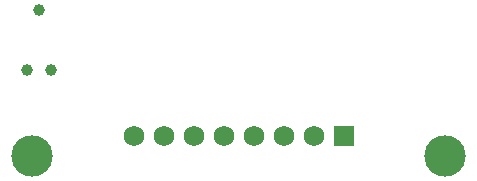
<source format=gbs>
G04*
G04 #@! TF.GenerationSoftware,Altium Limited,Altium Designer,21.6.4 (81)*
G04*
G04 Layer_Color=16711935*
%FSLAX44Y44*%
%MOMM*%
G71*
G04*
G04 #@! TF.SameCoordinates,2C076353-3E30-4277-8679-B38F3AF88BA9*
G04*
G04*
G04 #@! TF.FilePolarity,Negative*
G04*
G01*
G75*
%ADD35C,3.5000*%
%ADD36C,1.7500*%
%ADD37R,1.7500X1.7500*%
%ADD38C,1.0000*%
D35*
X375000Y25000D02*
D03*
X25000D02*
D03*
D36*
X111100Y41700D02*
D03*
X136500D02*
D03*
X238100D02*
D03*
X263500D02*
D03*
X212700D02*
D03*
X187300D02*
D03*
X161900D02*
D03*
D37*
X288900D02*
D03*
D38*
X20840Y98200D02*
D03*
X41160D02*
D03*
X31000Y149000D02*
D03*
M02*

</source>
